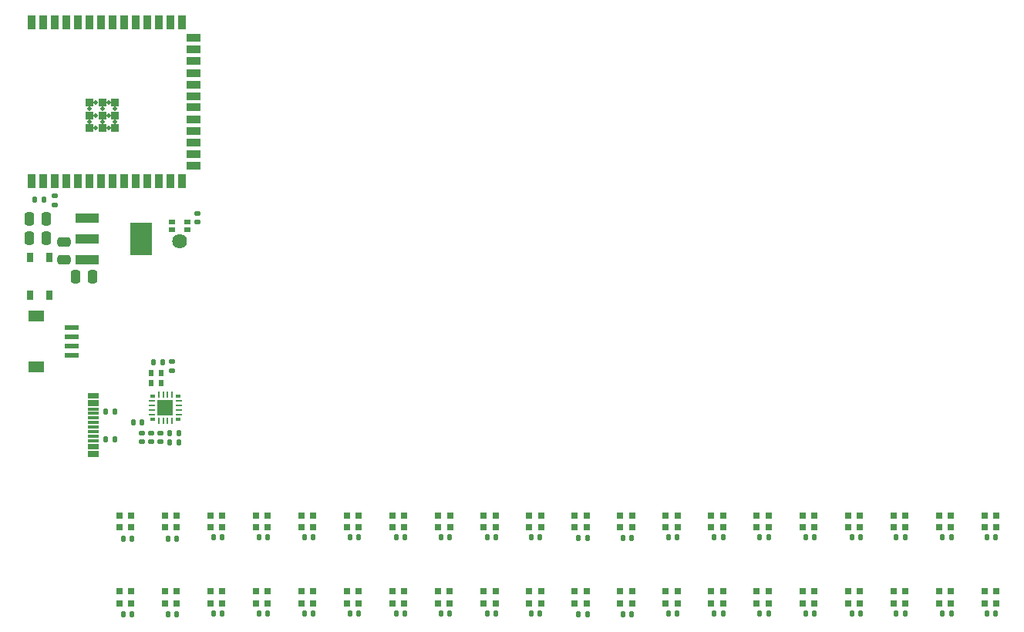
<source format=gbr>
%TF.GenerationSoftware,KiCad,Pcbnew,8.0.6*%
%TF.CreationDate,2024-10-31T12:41:21-07:00*%
%TF.ProjectId,veramonitor,76657261-6d6f-46e6-9974-6f722e6b6963,rev?*%
%TF.SameCoordinates,Original*%
%TF.FileFunction,Paste,Top*%
%TF.FilePolarity,Positive*%
%FSLAX46Y46*%
G04 Gerber Fmt 4.6, Leading zero omitted, Abs format (unit mm)*
G04 Created by KiCad (PCBNEW 8.0.6) date 2024-10-31 12:41:21*
%MOMM*%
%LPD*%
G01*
G04 APERTURE LIST*
G04 Aperture macros list*
%AMRoundRect*
0 Rectangle with rounded corners*
0 $1 Rounding radius*
0 $2 $3 $4 $5 $6 $7 $8 $9 X,Y pos of 4 corners*
0 Add a 4 corners polygon primitive as box body*
4,1,4,$2,$3,$4,$5,$6,$7,$8,$9,$2,$3,0*
0 Add four circle primitives for the rounded corners*
1,1,$1+$1,$2,$3*
1,1,$1+$1,$4,$5*
1,1,$1+$1,$6,$7*
1,1,$1+$1,$8,$9*
0 Add four rect primitives between the rounded corners*
20,1,$1+$1,$2,$3,$4,$5,0*
20,1,$1+$1,$4,$5,$6,$7,0*
20,1,$1+$1,$6,$7,$8,$9,0*
20,1,$1+$1,$8,$9,$2,$3,0*%
G04 Aperture macros list end*
%ADD10RoundRect,0.140000X0.170000X-0.140000X0.170000X0.140000X-0.170000X0.140000X-0.170000X-0.140000X0*%
%ADD11R,0.800000X0.800000*%
%ADD12RoundRect,0.140000X0.140000X0.170000X-0.140000X0.170000X-0.140000X-0.170000X0.140000X-0.170000X0*%
%ADD13RoundRect,0.250000X0.250000X0.475000X-0.250000X0.475000X-0.250000X-0.475000X0.250000X-0.475000X0*%
%ADD14RoundRect,0.135000X-0.185000X0.135000X-0.185000X-0.135000X0.185000X-0.135000X0.185000X0.135000X0*%
%ADD15RoundRect,0.135000X0.185000X-0.135000X0.185000X0.135000X-0.185000X0.135000X-0.185000X-0.135000X0*%
%ADD16RoundRect,0.140000X-0.170000X0.140000X-0.170000X-0.140000X0.170000X-0.140000X0.170000X0.140000X0*%
%ADD17R,0.730000X0.530000*%
%ADD18C,1.625000*%
%ADD19C,0.500000*%
%ADD20R,0.900000X1.500000*%
%ADD21R,1.500000X0.900000*%
%ADD22R,0.900000X0.900000*%
%ADD23R,1.300000X0.300000*%
%ADD24RoundRect,0.250000X-0.475000X0.250000X-0.475000X-0.250000X0.475000X-0.250000X0.475000X0.250000X0*%
%ADD25R,0.500000X0.340000*%
%ADD26R,0.700000X0.250000*%
%ADD27R,0.250000X0.700000*%
%ADD28R,1.700000X1.700000*%
%ADD29RoundRect,0.135000X-0.135000X-0.185000X0.135000X-0.185000X0.135000X0.185000X-0.135000X0.185000X0*%
%ADD30R,1.550000X0.600000*%
%ADD31R,1.800000X1.200000*%
%ADD32R,0.540000X0.640000*%
%ADD33RoundRect,0.135000X0.135000X0.185000X-0.135000X0.185000X-0.135000X-0.185000X0.135000X-0.185000X0*%
%ADD34R,2.500000X1.100000*%
%ADD35R,2.340000X3.600000*%
%ADD36R,0.700000X1.050000*%
G04 APERTURE END LIST*
D10*
%TO.C,C1*%
X59790000Y-92070000D03*
X59790000Y-91110000D03*
%TD*%
D11*
%TO.C,U38*%
X82520000Y-133915000D03*
X82520000Y-132615000D03*
X81220000Y-132615000D03*
X81220000Y-133915000D03*
%TD*%
D12*
%TO.C,C49*%
X142580000Y-135015000D03*
X141620000Y-135015000D03*
%TD*%
%TO.C,C20*%
X96465000Y-126695000D03*
X97425000Y-126695000D03*
%TD*%
%TO.C,C43*%
X112500000Y-135015000D03*
X111540000Y-135015000D03*
%TD*%
D13*
%TO.C,C6*%
X43200000Y-93825000D03*
X41300000Y-93825000D03*
%TD*%
D14*
%TO.C,R7*%
X57000000Y-107380000D03*
X57000000Y-108400000D03*
%TD*%
D12*
%TO.C,C41*%
X102600000Y-135115000D03*
X101640000Y-135115000D03*
%TD*%
D11*
%TO.C,U43*%
X107520000Y-133915000D03*
X107520000Y-132615000D03*
X106220000Y-132615000D03*
X106220000Y-133915000D03*
%TD*%
%TO.C,U35*%
X67520000Y-133915000D03*
X67520000Y-132615000D03*
X66220000Y-132615000D03*
X66220000Y-133915000D03*
%TD*%
D12*
%TO.C,C33*%
X62500000Y-135015000D03*
X61540000Y-135015000D03*
%TD*%
D11*
%TO.C,U13*%
X57525000Y-125595000D03*
X57525000Y-124295000D03*
X56225000Y-124295000D03*
X56225000Y-125595000D03*
%TD*%
D12*
%TO.C,C31*%
X52600000Y-135115000D03*
X51640000Y-135115000D03*
%TD*%
D11*
%TO.C,U51*%
X147520000Y-133915000D03*
X147520000Y-132615000D03*
X146220000Y-132615000D03*
X146220000Y-133915000D03*
%TD*%
%TO.C,U19*%
X87525000Y-125595000D03*
X87525000Y-124295000D03*
X86225000Y-124295000D03*
X86225000Y-125595000D03*
%TD*%
D15*
%TO.C,R3*%
X44170000Y-90135000D03*
X44170000Y-89115000D03*
%TD*%
D11*
%TO.C,U37*%
X77520000Y-133915000D03*
X77520000Y-132615000D03*
X76220000Y-132615000D03*
X76220000Y-133915000D03*
%TD*%
D12*
%TO.C,C18*%
X86545000Y-126695000D03*
X87505000Y-126695000D03*
%TD*%
D13*
%TO.C,C2*%
X48320000Y-98015000D03*
X46420000Y-98015000D03*
%TD*%
D12*
%TO.C,C34*%
X67500000Y-135015000D03*
X66540000Y-135015000D03*
%TD*%
%TO.C,C39*%
X92580000Y-135015000D03*
X91620000Y-135015000D03*
%TD*%
%TO.C,C45*%
X122520000Y-135015000D03*
X121560000Y-135015000D03*
%TD*%
%TO.C,C11*%
X51645000Y-126795000D03*
X52605000Y-126795000D03*
%TD*%
D11*
%TO.C,U45*%
X117520000Y-133915000D03*
X117520000Y-132615000D03*
X116220000Y-132615000D03*
X116220000Y-133915000D03*
%TD*%
D12*
%TO.C,C35*%
X72520000Y-135015000D03*
X71560000Y-135015000D03*
%TD*%
D16*
%TO.C,C10*%
X53725000Y-115210000D03*
X53725000Y-116170000D03*
%TD*%
D17*
%TO.C,U3*%
X57030000Y-92055000D03*
X57030000Y-92875000D03*
D18*
X57870000Y-94125000D03*
D17*
X58710000Y-92875000D03*
X58710000Y-92055000D03*
%TD*%
D12*
%TO.C,C25*%
X122520000Y-126690000D03*
X121560000Y-126690000D03*
%TD*%
D19*
%TO.C,U5*%
X48650000Y-81725000D03*
X50050000Y-81725000D03*
X47950000Y-81025000D03*
X49350000Y-81025000D03*
X50750000Y-81025000D03*
X48650000Y-80325000D03*
X50050000Y-80325000D03*
X47950000Y-79625000D03*
X49350000Y-79625000D03*
X50750000Y-79625000D03*
X48650000Y-78925000D03*
X50050000Y-78925000D03*
D20*
X41630000Y-87575000D03*
X42900000Y-87575000D03*
X44170000Y-87575000D03*
X45440000Y-87575000D03*
X46710000Y-87575000D03*
X47980000Y-87575000D03*
X49250000Y-87575000D03*
X50520000Y-87575000D03*
X51790000Y-87575000D03*
X53060000Y-87575000D03*
X54330000Y-87575000D03*
X55600000Y-87575000D03*
X56870000Y-87575000D03*
X58140000Y-87575000D03*
D21*
X59410000Y-85815000D03*
X59410000Y-84545000D03*
X59410000Y-83275000D03*
X59410000Y-82005000D03*
X59410000Y-80735000D03*
X59410000Y-79455000D03*
X59410000Y-78195000D03*
X59410000Y-76925000D03*
X59410000Y-75655000D03*
X59410000Y-74375000D03*
X59410000Y-73105000D03*
X59380000Y-71835000D03*
D20*
X58140000Y-70075000D03*
X56870000Y-70075000D03*
X55600000Y-70075000D03*
X54330000Y-70075000D03*
X53060000Y-70075000D03*
X51790000Y-70075000D03*
X50520000Y-70075000D03*
X49250000Y-70075000D03*
X47980000Y-70075000D03*
X46710000Y-70075000D03*
X45440000Y-70075000D03*
X44170000Y-70075000D03*
X42900000Y-70075000D03*
X41630000Y-70075000D03*
D22*
X47950000Y-81725000D03*
X49350000Y-81725000D03*
X50750000Y-81725000D03*
X47950000Y-80325000D03*
X49350000Y-80325000D03*
X50750000Y-80325000D03*
X47950000Y-78925000D03*
X49350000Y-78925000D03*
X50750000Y-78925000D03*
%TD*%
D23*
%TO.C,U2*%
X48375000Y-110975000D03*
X48375000Y-111775000D03*
X48375000Y-113075000D03*
X48375000Y-114075000D03*
X48375000Y-114575000D03*
X48375000Y-115575000D03*
X48365000Y-116875000D03*
X48375000Y-117675000D03*
X48375000Y-117375000D03*
X48365000Y-116575000D03*
X48375000Y-116075000D03*
X48375000Y-115075000D03*
X48375000Y-113575000D03*
X48375000Y-112575000D03*
X48375000Y-112075000D03*
X48375000Y-111275000D03*
%TD*%
D12*
%TO.C,C30*%
X147420000Y-126690000D03*
X146460000Y-126690000D03*
%TD*%
D11*
%TO.C,U44*%
X112520000Y-133915000D03*
X112520000Y-132615000D03*
X111220000Y-132615000D03*
X111220000Y-133915000D03*
%TD*%
%TO.C,U21*%
X97525000Y-125595000D03*
X97525000Y-124295000D03*
X96225000Y-124295000D03*
X96225000Y-125595000D03*
%TD*%
D24*
%TO.C,C3*%
X45170000Y-94265000D03*
X45170000Y-96165000D03*
%TD*%
D11*
%TO.C,U27*%
X127520000Y-125590000D03*
X127520000Y-124290000D03*
X126220000Y-124290000D03*
X126220000Y-125590000D03*
%TD*%
D12*
%TO.C,C50*%
X147420000Y-135015000D03*
X146460000Y-135015000D03*
%TD*%
%TO.C,C32*%
X57500000Y-135115000D03*
X56540000Y-135115000D03*
%TD*%
D11*
%TO.C,U15*%
X67525000Y-125595000D03*
X67525000Y-124295000D03*
X66225000Y-124295000D03*
X66225000Y-125595000D03*
%TD*%
D25*
%TO.C,U10*%
X54900000Y-111175000D03*
D26*
X54830000Y-111675000D03*
X54830000Y-112175000D03*
X54830000Y-112675000D03*
X54830000Y-113175000D03*
D25*
X54900000Y-113675000D03*
D27*
X55530000Y-113875000D03*
X56030000Y-113875000D03*
X56530000Y-113875000D03*
X57030000Y-113875000D03*
D25*
X57660000Y-113675000D03*
D26*
X57730000Y-113175000D03*
X57730000Y-112675000D03*
X57730000Y-112175000D03*
X57730000Y-111675000D03*
D25*
X57660000Y-111175000D03*
D27*
X57030000Y-110975000D03*
X56530000Y-110975000D03*
X56030000Y-110975000D03*
X55530000Y-110975000D03*
D28*
X56280000Y-112425000D03*
%TD*%
D12*
%TO.C,C12*%
X56545000Y-126795000D03*
X57505000Y-126795000D03*
%TD*%
D16*
%TO.C,C7*%
X54725000Y-115230000D03*
X54725000Y-116190000D03*
%TD*%
D11*
%TO.C,U28*%
X132520000Y-125590000D03*
X132520000Y-124290000D03*
X131220000Y-124290000D03*
X131220000Y-125590000D03*
%TD*%
%TO.C,U41*%
X97520000Y-133915000D03*
X97520000Y-132615000D03*
X96220000Y-132615000D03*
X96220000Y-133915000D03*
%TD*%
D12*
%TO.C,C9*%
X53725000Y-114075000D03*
X52765000Y-114075000D03*
%TD*%
D13*
%TO.C,C5*%
X43200000Y-91725000D03*
X41300000Y-91725000D03*
%TD*%
D11*
%TO.C,U30*%
X142520000Y-125590000D03*
X142520000Y-124290000D03*
X141220000Y-124290000D03*
X141220000Y-125590000D03*
%TD*%
D12*
%TO.C,C38*%
X87500000Y-135015000D03*
X86540000Y-135015000D03*
%TD*%
%TO.C,C23*%
X112500000Y-126690000D03*
X111540000Y-126690000D03*
%TD*%
D29*
%TO.C,R1*%
X49687500Y-112825000D03*
X50707500Y-112825000D03*
%TD*%
D11*
%TO.C,U17*%
X77525000Y-125595000D03*
X77525000Y-124295000D03*
X76225000Y-124295000D03*
X76225000Y-125595000D03*
%TD*%
D30*
%TO.C,J1*%
X46000000Y-103670000D03*
X46000000Y-104670000D03*
X46000000Y-105670000D03*
X46000000Y-106670000D03*
D31*
X42120000Y-107970000D03*
X42120000Y-102370000D03*
%TD*%
D12*
%TO.C,C13*%
X61545000Y-126695000D03*
X62505000Y-126695000D03*
%TD*%
D11*
%TO.C,U16*%
X72525000Y-125595000D03*
X72525000Y-124295000D03*
X71225000Y-124295000D03*
X71225000Y-125595000D03*
%TD*%
%TO.C,U18*%
X82525000Y-125595000D03*
X82525000Y-124295000D03*
X81225000Y-124295000D03*
X81225000Y-125595000D03*
%TD*%
%TO.C,U50*%
X142520000Y-133915000D03*
X142520000Y-132615000D03*
X141220000Y-132615000D03*
X141220000Y-133915000D03*
%TD*%
D12*
%TO.C,C36*%
X77520000Y-135015000D03*
X76560000Y-135015000D03*
%TD*%
%TO.C,C40*%
X97420000Y-135015000D03*
X96460000Y-135015000D03*
%TD*%
D32*
%TO.C,U8*%
X55850000Y-108665000D03*
X55850000Y-109745000D03*
%TD*%
D11*
%TO.C,U20*%
X92525000Y-125595000D03*
X92525000Y-124295000D03*
X91225000Y-124295000D03*
X91225000Y-125595000D03*
%TD*%
%TO.C,U22*%
X102520000Y-125590000D03*
X102520000Y-124290000D03*
X101220000Y-124290000D03*
X101220000Y-125590000D03*
%TD*%
D33*
%TO.C,R5*%
X57760000Y-116240000D03*
X56740000Y-116240000D03*
%TD*%
D12*
%TO.C,C47*%
X132600000Y-135015000D03*
X131640000Y-135015000D03*
%TD*%
D11*
%TO.C,U46*%
X122520000Y-133915000D03*
X122520000Y-132615000D03*
X121220000Y-132615000D03*
X121220000Y-133915000D03*
%TD*%
%TO.C,U14*%
X62525000Y-125595000D03*
X62525000Y-124295000D03*
X61225000Y-124295000D03*
X61225000Y-125595000D03*
%TD*%
D12*
%TO.C,C26*%
X127520000Y-126690000D03*
X126560000Y-126690000D03*
%TD*%
D11*
%TO.C,U47*%
X127520000Y-133915000D03*
X127520000Y-132615000D03*
X126220000Y-132615000D03*
X126220000Y-133915000D03*
%TD*%
D12*
%TO.C,C15*%
X71565000Y-126695000D03*
X72525000Y-126695000D03*
%TD*%
D11*
%TO.C,U34*%
X62520000Y-133915000D03*
X62520000Y-132615000D03*
X61220000Y-132615000D03*
X61220000Y-133915000D03*
%TD*%
%TO.C,U32*%
X52520000Y-133915000D03*
X52520000Y-132615000D03*
X51220000Y-132615000D03*
X51220000Y-133915000D03*
%TD*%
%TO.C,U29*%
X137520000Y-125590000D03*
X137520000Y-124290000D03*
X136220000Y-124290000D03*
X136220000Y-125590000D03*
%TD*%
%TO.C,U31*%
X147520000Y-125590000D03*
X147520000Y-124290000D03*
X146220000Y-124290000D03*
X146220000Y-125590000D03*
%TD*%
D16*
%TO.C,C8*%
X55750000Y-115225000D03*
X55750000Y-116185000D03*
%TD*%
D34*
%TO.C,U4*%
X47700000Y-91615000D03*
X47700000Y-93915000D03*
X47700000Y-96215000D03*
D35*
X53640000Y-93915000D03*
%TD*%
D11*
%TO.C,U49*%
X137520000Y-133915000D03*
X137520000Y-132615000D03*
X136220000Y-132615000D03*
X136220000Y-133915000D03*
%TD*%
D12*
%TO.C,C42*%
X107500000Y-135115000D03*
X106540000Y-135115000D03*
%TD*%
D11*
%TO.C,U33*%
X57520000Y-133915000D03*
X57520000Y-132615000D03*
X56220000Y-132615000D03*
X56220000Y-133915000D03*
%TD*%
%TO.C,U48*%
X132520000Y-133915000D03*
X132520000Y-132615000D03*
X131220000Y-132615000D03*
X131220000Y-133915000D03*
%TD*%
D12*
%TO.C,C27*%
X132600000Y-126690000D03*
X131640000Y-126690000D03*
%TD*%
D11*
%TO.C,U23*%
X107520000Y-125590000D03*
X107520000Y-124290000D03*
X106220000Y-124290000D03*
X106220000Y-125590000D03*
%TD*%
D12*
%TO.C,C28*%
X137500000Y-126690000D03*
X136540000Y-126690000D03*
%TD*%
%TO.C,C4*%
X42930000Y-89615000D03*
X41970000Y-89615000D03*
%TD*%
D11*
%TO.C,U42*%
X102520000Y-133915000D03*
X102520000Y-132615000D03*
X101220000Y-132615000D03*
X101220000Y-133915000D03*
%TD*%
D29*
%TO.C,R2*%
X49687500Y-115925000D03*
X50707500Y-115925000D03*
%TD*%
D12*
%TO.C,C37*%
X82600000Y-135015000D03*
X81640000Y-135015000D03*
%TD*%
%TO.C,C21*%
X102600000Y-126790000D03*
X101640000Y-126790000D03*
%TD*%
D33*
%TO.C,R6*%
X55985000Y-107440000D03*
X54965000Y-107440000D03*
%TD*%
D12*
%TO.C,C14*%
X66545000Y-126695000D03*
X67505000Y-126695000D03*
%TD*%
%TO.C,C48*%
X137500000Y-135015000D03*
X136540000Y-135015000D03*
%TD*%
D11*
%TO.C,U26*%
X122520000Y-125590000D03*
X122520000Y-124290000D03*
X121220000Y-124290000D03*
X121220000Y-125590000D03*
%TD*%
D36*
%TO.C,U6*%
X43570000Y-95900000D03*
X43570000Y-100100000D03*
X41430000Y-95900000D03*
X41430000Y-100100000D03*
%TD*%
D11*
%TO.C,U24*%
X112520000Y-125590000D03*
X112520000Y-124290000D03*
X111220000Y-124290000D03*
X111220000Y-125590000D03*
%TD*%
%TO.C,U36*%
X72520000Y-133915000D03*
X72520000Y-132615000D03*
X71220000Y-132615000D03*
X71220000Y-133915000D03*
%TD*%
D12*
%TO.C,C46*%
X127520000Y-135015000D03*
X126560000Y-135015000D03*
%TD*%
%TO.C,C44*%
X117500000Y-135015000D03*
X116540000Y-135015000D03*
%TD*%
D11*
%TO.C,U40*%
X92520000Y-133915000D03*
X92520000Y-132615000D03*
X91220000Y-132615000D03*
X91220000Y-133915000D03*
%TD*%
D12*
%TO.C,C22*%
X107500000Y-126790000D03*
X106540000Y-126790000D03*
%TD*%
%TO.C,C24*%
X117500000Y-126690000D03*
X116540000Y-126690000D03*
%TD*%
%TO.C,C19*%
X91625000Y-126695000D03*
X92585000Y-126695000D03*
%TD*%
%TO.C,C29*%
X142580000Y-126690000D03*
X141620000Y-126690000D03*
%TD*%
%TO.C,C17*%
X81645000Y-126695000D03*
X82605000Y-126695000D03*
%TD*%
%TO.C,C16*%
X76565000Y-126695000D03*
X77525000Y-126695000D03*
%TD*%
D11*
%TO.C,U25*%
X117520000Y-125590000D03*
X117520000Y-124290000D03*
X116220000Y-124290000D03*
X116220000Y-125590000D03*
%TD*%
D32*
%TO.C,U9*%
X54725000Y-109740000D03*
X54725000Y-108660000D03*
%TD*%
D29*
%TO.C,R4*%
X56740000Y-115265000D03*
X57760000Y-115265000D03*
%TD*%
D11*
%TO.C,U39*%
X87520000Y-133915000D03*
X87520000Y-132615000D03*
X86220000Y-132615000D03*
X86220000Y-133915000D03*
%TD*%
%TO.C,U12*%
X52525000Y-125595000D03*
X52525000Y-124295000D03*
X51225000Y-124295000D03*
X51225000Y-125595000D03*
%TD*%
M02*

</source>
